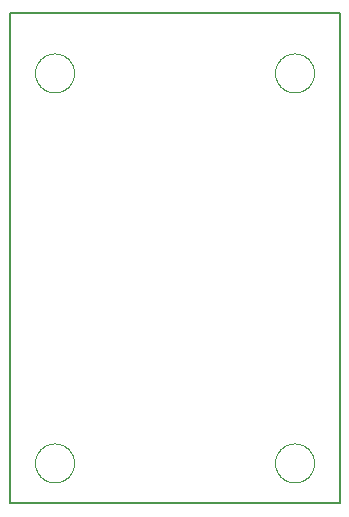
<source format=gbp>
G75*
%MOIN*%
%OFA0B0*%
%FSLAX25Y25*%
%IPPOS*%
%LPD*%
%AMOC8*
5,1,8,0,0,1.08239X$1,22.5*
%
%ADD10C,0.00800*%
%ADD11C,0.00000*%
D10*
X0001400Y0032750D02*
X0001400Y0196250D01*
X0111400Y0196250D01*
X0111400Y0032750D01*
X0001400Y0032750D01*
D11*
X0009900Y0046250D02*
X0009902Y0046411D01*
X0009908Y0046571D01*
X0009918Y0046732D01*
X0009932Y0046892D01*
X0009950Y0047052D01*
X0009971Y0047211D01*
X0009997Y0047370D01*
X0010027Y0047528D01*
X0010060Y0047685D01*
X0010098Y0047842D01*
X0010139Y0047997D01*
X0010184Y0048151D01*
X0010233Y0048304D01*
X0010286Y0048456D01*
X0010342Y0048607D01*
X0010403Y0048756D01*
X0010466Y0048904D01*
X0010534Y0049050D01*
X0010605Y0049194D01*
X0010679Y0049336D01*
X0010757Y0049477D01*
X0010839Y0049615D01*
X0010924Y0049752D01*
X0011012Y0049886D01*
X0011104Y0050018D01*
X0011199Y0050148D01*
X0011297Y0050276D01*
X0011398Y0050401D01*
X0011502Y0050523D01*
X0011609Y0050643D01*
X0011719Y0050760D01*
X0011832Y0050875D01*
X0011948Y0050986D01*
X0012067Y0051095D01*
X0012188Y0051200D01*
X0012312Y0051303D01*
X0012438Y0051403D01*
X0012566Y0051499D01*
X0012697Y0051592D01*
X0012831Y0051682D01*
X0012966Y0051769D01*
X0013104Y0051852D01*
X0013243Y0051932D01*
X0013385Y0052008D01*
X0013528Y0052081D01*
X0013673Y0052150D01*
X0013820Y0052216D01*
X0013968Y0052278D01*
X0014118Y0052336D01*
X0014269Y0052391D01*
X0014422Y0052442D01*
X0014576Y0052489D01*
X0014731Y0052532D01*
X0014887Y0052571D01*
X0015043Y0052607D01*
X0015201Y0052638D01*
X0015359Y0052666D01*
X0015518Y0052690D01*
X0015678Y0052710D01*
X0015838Y0052726D01*
X0015998Y0052738D01*
X0016159Y0052746D01*
X0016320Y0052750D01*
X0016480Y0052750D01*
X0016641Y0052746D01*
X0016802Y0052738D01*
X0016962Y0052726D01*
X0017122Y0052710D01*
X0017282Y0052690D01*
X0017441Y0052666D01*
X0017599Y0052638D01*
X0017757Y0052607D01*
X0017913Y0052571D01*
X0018069Y0052532D01*
X0018224Y0052489D01*
X0018378Y0052442D01*
X0018531Y0052391D01*
X0018682Y0052336D01*
X0018832Y0052278D01*
X0018980Y0052216D01*
X0019127Y0052150D01*
X0019272Y0052081D01*
X0019415Y0052008D01*
X0019557Y0051932D01*
X0019696Y0051852D01*
X0019834Y0051769D01*
X0019969Y0051682D01*
X0020103Y0051592D01*
X0020234Y0051499D01*
X0020362Y0051403D01*
X0020488Y0051303D01*
X0020612Y0051200D01*
X0020733Y0051095D01*
X0020852Y0050986D01*
X0020968Y0050875D01*
X0021081Y0050760D01*
X0021191Y0050643D01*
X0021298Y0050523D01*
X0021402Y0050401D01*
X0021503Y0050276D01*
X0021601Y0050148D01*
X0021696Y0050018D01*
X0021788Y0049886D01*
X0021876Y0049752D01*
X0021961Y0049615D01*
X0022043Y0049477D01*
X0022121Y0049336D01*
X0022195Y0049194D01*
X0022266Y0049050D01*
X0022334Y0048904D01*
X0022397Y0048756D01*
X0022458Y0048607D01*
X0022514Y0048456D01*
X0022567Y0048304D01*
X0022616Y0048151D01*
X0022661Y0047997D01*
X0022702Y0047842D01*
X0022740Y0047685D01*
X0022773Y0047528D01*
X0022803Y0047370D01*
X0022829Y0047211D01*
X0022850Y0047052D01*
X0022868Y0046892D01*
X0022882Y0046732D01*
X0022892Y0046571D01*
X0022898Y0046411D01*
X0022900Y0046250D01*
X0022898Y0046089D01*
X0022892Y0045929D01*
X0022882Y0045768D01*
X0022868Y0045608D01*
X0022850Y0045448D01*
X0022829Y0045289D01*
X0022803Y0045130D01*
X0022773Y0044972D01*
X0022740Y0044815D01*
X0022702Y0044658D01*
X0022661Y0044503D01*
X0022616Y0044349D01*
X0022567Y0044196D01*
X0022514Y0044044D01*
X0022458Y0043893D01*
X0022397Y0043744D01*
X0022334Y0043596D01*
X0022266Y0043450D01*
X0022195Y0043306D01*
X0022121Y0043164D01*
X0022043Y0043023D01*
X0021961Y0042885D01*
X0021876Y0042748D01*
X0021788Y0042614D01*
X0021696Y0042482D01*
X0021601Y0042352D01*
X0021503Y0042224D01*
X0021402Y0042099D01*
X0021298Y0041977D01*
X0021191Y0041857D01*
X0021081Y0041740D01*
X0020968Y0041625D01*
X0020852Y0041514D01*
X0020733Y0041405D01*
X0020612Y0041300D01*
X0020488Y0041197D01*
X0020362Y0041097D01*
X0020234Y0041001D01*
X0020103Y0040908D01*
X0019969Y0040818D01*
X0019834Y0040731D01*
X0019696Y0040648D01*
X0019557Y0040568D01*
X0019415Y0040492D01*
X0019272Y0040419D01*
X0019127Y0040350D01*
X0018980Y0040284D01*
X0018832Y0040222D01*
X0018682Y0040164D01*
X0018531Y0040109D01*
X0018378Y0040058D01*
X0018224Y0040011D01*
X0018069Y0039968D01*
X0017913Y0039929D01*
X0017757Y0039893D01*
X0017599Y0039862D01*
X0017441Y0039834D01*
X0017282Y0039810D01*
X0017122Y0039790D01*
X0016962Y0039774D01*
X0016802Y0039762D01*
X0016641Y0039754D01*
X0016480Y0039750D01*
X0016320Y0039750D01*
X0016159Y0039754D01*
X0015998Y0039762D01*
X0015838Y0039774D01*
X0015678Y0039790D01*
X0015518Y0039810D01*
X0015359Y0039834D01*
X0015201Y0039862D01*
X0015043Y0039893D01*
X0014887Y0039929D01*
X0014731Y0039968D01*
X0014576Y0040011D01*
X0014422Y0040058D01*
X0014269Y0040109D01*
X0014118Y0040164D01*
X0013968Y0040222D01*
X0013820Y0040284D01*
X0013673Y0040350D01*
X0013528Y0040419D01*
X0013385Y0040492D01*
X0013243Y0040568D01*
X0013104Y0040648D01*
X0012966Y0040731D01*
X0012831Y0040818D01*
X0012697Y0040908D01*
X0012566Y0041001D01*
X0012438Y0041097D01*
X0012312Y0041197D01*
X0012188Y0041300D01*
X0012067Y0041405D01*
X0011948Y0041514D01*
X0011832Y0041625D01*
X0011719Y0041740D01*
X0011609Y0041857D01*
X0011502Y0041977D01*
X0011398Y0042099D01*
X0011297Y0042224D01*
X0011199Y0042352D01*
X0011104Y0042482D01*
X0011012Y0042614D01*
X0010924Y0042748D01*
X0010839Y0042885D01*
X0010757Y0043023D01*
X0010679Y0043164D01*
X0010605Y0043306D01*
X0010534Y0043450D01*
X0010466Y0043596D01*
X0010403Y0043744D01*
X0010342Y0043893D01*
X0010286Y0044044D01*
X0010233Y0044196D01*
X0010184Y0044349D01*
X0010139Y0044503D01*
X0010098Y0044658D01*
X0010060Y0044815D01*
X0010027Y0044972D01*
X0009997Y0045130D01*
X0009971Y0045289D01*
X0009950Y0045448D01*
X0009932Y0045608D01*
X0009918Y0045768D01*
X0009908Y0045929D01*
X0009902Y0046089D01*
X0009900Y0046250D01*
X0009900Y0176250D02*
X0009902Y0176411D01*
X0009908Y0176571D01*
X0009918Y0176732D01*
X0009932Y0176892D01*
X0009950Y0177052D01*
X0009971Y0177211D01*
X0009997Y0177370D01*
X0010027Y0177528D01*
X0010060Y0177685D01*
X0010098Y0177842D01*
X0010139Y0177997D01*
X0010184Y0178151D01*
X0010233Y0178304D01*
X0010286Y0178456D01*
X0010342Y0178607D01*
X0010403Y0178756D01*
X0010466Y0178904D01*
X0010534Y0179050D01*
X0010605Y0179194D01*
X0010679Y0179336D01*
X0010757Y0179477D01*
X0010839Y0179615D01*
X0010924Y0179752D01*
X0011012Y0179886D01*
X0011104Y0180018D01*
X0011199Y0180148D01*
X0011297Y0180276D01*
X0011398Y0180401D01*
X0011502Y0180523D01*
X0011609Y0180643D01*
X0011719Y0180760D01*
X0011832Y0180875D01*
X0011948Y0180986D01*
X0012067Y0181095D01*
X0012188Y0181200D01*
X0012312Y0181303D01*
X0012438Y0181403D01*
X0012566Y0181499D01*
X0012697Y0181592D01*
X0012831Y0181682D01*
X0012966Y0181769D01*
X0013104Y0181852D01*
X0013243Y0181932D01*
X0013385Y0182008D01*
X0013528Y0182081D01*
X0013673Y0182150D01*
X0013820Y0182216D01*
X0013968Y0182278D01*
X0014118Y0182336D01*
X0014269Y0182391D01*
X0014422Y0182442D01*
X0014576Y0182489D01*
X0014731Y0182532D01*
X0014887Y0182571D01*
X0015043Y0182607D01*
X0015201Y0182638D01*
X0015359Y0182666D01*
X0015518Y0182690D01*
X0015678Y0182710D01*
X0015838Y0182726D01*
X0015998Y0182738D01*
X0016159Y0182746D01*
X0016320Y0182750D01*
X0016480Y0182750D01*
X0016641Y0182746D01*
X0016802Y0182738D01*
X0016962Y0182726D01*
X0017122Y0182710D01*
X0017282Y0182690D01*
X0017441Y0182666D01*
X0017599Y0182638D01*
X0017757Y0182607D01*
X0017913Y0182571D01*
X0018069Y0182532D01*
X0018224Y0182489D01*
X0018378Y0182442D01*
X0018531Y0182391D01*
X0018682Y0182336D01*
X0018832Y0182278D01*
X0018980Y0182216D01*
X0019127Y0182150D01*
X0019272Y0182081D01*
X0019415Y0182008D01*
X0019557Y0181932D01*
X0019696Y0181852D01*
X0019834Y0181769D01*
X0019969Y0181682D01*
X0020103Y0181592D01*
X0020234Y0181499D01*
X0020362Y0181403D01*
X0020488Y0181303D01*
X0020612Y0181200D01*
X0020733Y0181095D01*
X0020852Y0180986D01*
X0020968Y0180875D01*
X0021081Y0180760D01*
X0021191Y0180643D01*
X0021298Y0180523D01*
X0021402Y0180401D01*
X0021503Y0180276D01*
X0021601Y0180148D01*
X0021696Y0180018D01*
X0021788Y0179886D01*
X0021876Y0179752D01*
X0021961Y0179615D01*
X0022043Y0179477D01*
X0022121Y0179336D01*
X0022195Y0179194D01*
X0022266Y0179050D01*
X0022334Y0178904D01*
X0022397Y0178756D01*
X0022458Y0178607D01*
X0022514Y0178456D01*
X0022567Y0178304D01*
X0022616Y0178151D01*
X0022661Y0177997D01*
X0022702Y0177842D01*
X0022740Y0177685D01*
X0022773Y0177528D01*
X0022803Y0177370D01*
X0022829Y0177211D01*
X0022850Y0177052D01*
X0022868Y0176892D01*
X0022882Y0176732D01*
X0022892Y0176571D01*
X0022898Y0176411D01*
X0022900Y0176250D01*
X0022898Y0176089D01*
X0022892Y0175929D01*
X0022882Y0175768D01*
X0022868Y0175608D01*
X0022850Y0175448D01*
X0022829Y0175289D01*
X0022803Y0175130D01*
X0022773Y0174972D01*
X0022740Y0174815D01*
X0022702Y0174658D01*
X0022661Y0174503D01*
X0022616Y0174349D01*
X0022567Y0174196D01*
X0022514Y0174044D01*
X0022458Y0173893D01*
X0022397Y0173744D01*
X0022334Y0173596D01*
X0022266Y0173450D01*
X0022195Y0173306D01*
X0022121Y0173164D01*
X0022043Y0173023D01*
X0021961Y0172885D01*
X0021876Y0172748D01*
X0021788Y0172614D01*
X0021696Y0172482D01*
X0021601Y0172352D01*
X0021503Y0172224D01*
X0021402Y0172099D01*
X0021298Y0171977D01*
X0021191Y0171857D01*
X0021081Y0171740D01*
X0020968Y0171625D01*
X0020852Y0171514D01*
X0020733Y0171405D01*
X0020612Y0171300D01*
X0020488Y0171197D01*
X0020362Y0171097D01*
X0020234Y0171001D01*
X0020103Y0170908D01*
X0019969Y0170818D01*
X0019834Y0170731D01*
X0019696Y0170648D01*
X0019557Y0170568D01*
X0019415Y0170492D01*
X0019272Y0170419D01*
X0019127Y0170350D01*
X0018980Y0170284D01*
X0018832Y0170222D01*
X0018682Y0170164D01*
X0018531Y0170109D01*
X0018378Y0170058D01*
X0018224Y0170011D01*
X0018069Y0169968D01*
X0017913Y0169929D01*
X0017757Y0169893D01*
X0017599Y0169862D01*
X0017441Y0169834D01*
X0017282Y0169810D01*
X0017122Y0169790D01*
X0016962Y0169774D01*
X0016802Y0169762D01*
X0016641Y0169754D01*
X0016480Y0169750D01*
X0016320Y0169750D01*
X0016159Y0169754D01*
X0015998Y0169762D01*
X0015838Y0169774D01*
X0015678Y0169790D01*
X0015518Y0169810D01*
X0015359Y0169834D01*
X0015201Y0169862D01*
X0015043Y0169893D01*
X0014887Y0169929D01*
X0014731Y0169968D01*
X0014576Y0170011D01*
X0014422Y0170058D01*
X0014269Y0170109D01*
X0014118Y0170164D01*
X0013968Y0170222D01*
X0013820Y0170284D01*
X0013673Y0170350D01*
X0013528Y0170419D01*
X0013385Y0170492D01*
X0013243Y0170568D01*
X0013104Y0170648D01*
X0012966Y0170731D01*
X0012831Y0170818D01*
X0012697Y0170908D01*
X0012566Y0171001D01*
X0012438Y0171097D01*
X0012312Y0171197D01*
X0012188Y0171300D01*
X0012067Y0171405D01*
X0011948Y0171514D01*
X0011832Y0171625D01*
X0011719Y0171740D01*
X0011609Y0171857D01*
X0011502Y0171977D01*
X0011398Y0172099D01*
X0011297Y0172224D01*
X0011199Y0172352D01*
X0011104Y0172482D01*
X0011012Y0172614D01*
X0010924Y0172748D01*
X0010839Y0172885D01*
X0010757Y0173023D01*
X0010679Y0173164D01*
X0010605Y0173306D01*
X0010534Y0173450D01*
X0010466Y0173596D01*
X0010403Y0173744D01*
X0010342Y0173893D01*
X0010286Y0174044D01*
X0010233Y0174196D01*
X0010184Y0174349D01*
X0010139Y0174503D01*
X0010098Y0174658D01*
X0010060Y0174815D01*
X0010027Y0174972D01*
X0009997Y0175130D01*
X0009971Y0175289D01*
X0009950Y0175448D01*
X0009932Y0175608D01*
X0009918Y0175768D01*
X0009908Y0175929D01*
X0009902Y0176089D01*
X0009900Y0176250D01*
X0089900Y0176250D02*
X0089902Y0176411D01*
X0089908Y0176571D01*
X0089918Y0176732D01*
X0089932Y0176892D01*
X0089950Y0177052D01*
X0089971Y0177211D01*
X0089997Y0177370D01*
X0090027Y0177528D01*
X0090060Y0177685D01*
X0090098Y0177842D01*
X0090139Y0177997D01*
X0090184Y0178151D01*
X0090233Y0178304D01*
X0090286Y0178456D01*
X0090342Y0178607D01*
X0090403Y0178756D01*
X0090466Y0178904D01*
X0090534Y0179050D01*
X0090605Y0179194D01*
X0090679Y0179336D01*
X0090757Y0179477D01*
X0090839Y0179615D01*
X0090924Y0179752D01*
X0091012Y0179886D01*
X0091104Y0180018D01*
X0091199Y0180148D01*
X0091297Y0180276D01*
X0091398Y0180401D01*
X0091502Y0180523D01*
X0091609Y0180643D01*
X0091719Y0180760D01*
X0091832Y0180875D01*
X0091948Y0180986D01*
X0092067Y0181095D01*
X0092188Y0181200D01*
X0092312Y0181303D01*
X0092438Y0181403D01*
X0092566Y0181499D01*
X0092697Y0181592D01*
X0092831Y0181682D01*
X0092966Y0181769D01*
X0093104Y0181852D01*
X0093243Y0181932D01*
X0093385Y0182008D01*
X0093528Y0182081D01*
X0093673Y0182150D01*
X0093820Y0182216D01*
X0093968Y0182278D01*
X0094118Y0182336D01*
X0094269Y0182391D01*
X0094422Y0182442D01*
X0094576Y0182489D01*
X0094731Y0182532D01*
X0094887Y0182571D01*
X0095043Y0182607D01*
X0095201Y0182638D01*
X0095359Y0182666D01*
X0095518Y0182690D01*
X0095678Y0182710D01*
X0095838Y0182726D01*
X0095998Y0182738D01*
X0096159Y0182746D01*
X0096320Y0182750D01*
X0096480Y0182750D01*
X0096641Y0182746D01*
X0096802Y0182738D01*
X0096962Y0182726D01*
X0097122Y0182710D01*
X0097282Y0182690D01*
X0097441Y0182666D01*
X0097599Y0182638D01*
X0097757Y0182607D01*
X0097913Y0182571D01*
X0098069Y0182532D01*
X0098224Y0182489D01*
X0098378Y0182442D01*
X0098531Y0182391D01*
X0098682Y0182336D01*
X0098832Y0182278D01*
X0098980Y0182216D01*
X0099127Y0182150D01*
X0099272Y0182081D01*
X0099415Y0182008D01*
X0099557Y0181932D01*
X0099696Y0181852D01*
X0099834Y0181769D01*
X0099969Y0181682D01*
X0100103Y0181592D01*
X0100234Y0181499D01*
X0100362Y0181403D01*
X0100488Y0181303D01*
X0100612Y0181200D01*
X0100733Y0181095D01*
X0100852Y0180986D01*
X0100968Y0180875D01*
X0101081Y0180760D01*
X0101191Y0180643D01*
X0101298Y0180523D01*
X0101402Y0180401D01*
X0101503Y0180276D01*
X0101601Y0180148D01*
X0101696Y0180018D01*
X0101788Y0179886D01*
X0101876Y0179752D01*
X0101961Y0179615D01*
X0102043Y0179477D01*
X0102121Y0179336D01*
X0102195Y0179194D01*
X0102266Y0179050D01*
X0102334Y0178904D01*
X0102397Y0178756D01*
X0102458Y0178607D01*
X0102514Y0178456D01*
X0102567Y0178304D01*
X0102616Y0178151D01*
X0102661Y0177997D01*
X0102702Y0177842D01*
X0102740Y0177685D01*
X0102773Y0177528D01*
X0102803Y0177370D01*
X0102829Y0177211D01*
X0102850Y0177052D01*
X0102868Y0176892D01*
X0102882Y0176732D01*
X0102892Y0176571D01*
X0102898Y0176411D01*
X0102900Y0176250D01*
X0102898Y0176089D01*
X0102892Y0175929D01*
X0102882Y0175768D01*
X0102868Y0175608D01*
X0102850Y0175448D01*
X0102829Y0175289D01*
X0102803Y0175130D01*
X0102773Y0174972D01*
X0102740Y0174815D01*
X0102702Y0174658D01*
X0102661Y0174503D01*
X0102616Y0174349D01*
X0102567Y0174196D01*
X0102514Y0174044D01*
X0102458Y0173893D01*
X0102397Y0173744D01*
X0102334Y0173596D01*
X0102266Y0173450D01*
X0102195Y0173306D01*
X0102121Y0173164D01*
X0102043Y0173023D01*
X0101961Y0172885D01*
X0101876Y0172748D01*
X0101788Y0172614D01*
X0101696Y0172482D01*
X0101601Y0172352D01*
X0101503Y0172224D01*
X0101402Y0172099D01*
X0101298Y0171977D01*
X0101191Y0171857D01*
X0101081Y0171740D01*
X0100968Y0171625D01*
X0100852Y0171514D01*
X0100733Y0171405D01*
X0100612Y0171300D01*
X0100488Y0171197D01*
X0100362Y0171097D01*
X0100234Y0171001D01*
X0100103Y0170908D01*
X0099969Y0170818D01*
X0099834Y0170731D01*
X0099696Y0170648D01*
X0099557Y0170568D01*
X0099415Y0170492D01*
X0099272Y0170419D01*
X0099127Y0170350D01*
X0098980Y0170284D01*
X0098832Y0170222D01*
X0098682Y0170164D01*
X0098531Y0170109D01*
X0098378Y0170058D01*
X0098224Y0170011D01*
X0098069Y0169968D01*
X0097913Y0169929D01*
X0097757Y0169893D01*
X0097599Y0169862D01*
X0097441Y0169834D01*
X0097282Y0169810D01*
X0097122Y0169790D01*
X0096962Y0169774D01*
X0096802Y0169762D01*
X0096641Y0169754D01*
X0096480Y0169750D01*
X0096320Y0169750D01*
X0096159Y0169754D01*
X0095998Y0169762D01*
X0095838Y0169774D01*
X0095678Y0169790D01*
X0095518Y0169810D01*
X0095359Y0169834D01*
X0095201Y0169862D01*
X0095043Y0169893D01*
X0094887Y0169929D01*
X0094731Y0169968D01*
X0094576Y0170011D01*
X0094422Y0170058D01*
X0094269Y0170109D01*
X0094118Y0170164D01*
X0093968Y0170222D01*
X0093820Y0170284D01*
X0093673Y0170350D01*
X0093528Y0170419D01*
X0093385Y0170492D01*
X0093243Y0170568D01*
X0093104Y0170648D01*
X0092966Y0170731D01*
X0092831Y0170818D01*
X0092697Y0170908D01*
X0092566Y0171001D01*
X0092438Y0171097D01*
X0092312Y0171197D01*
X0092188Y0171300D01*
X0092067Y0171405D01*
X0091948Y0171514D01*
X0091832Y0171625D01*
X0091719Y0171740D01*
X0091609Y0171857D01*
X0091502Y0171977D01*
X0091398Y0172099D01*
X0091297Y0172224D01*
X0091199Y0172352D01*
X0091104Y0172482D01*
X0091012Y0172614D01*
X0090924Y0172748D01*
X0090839Y0172885D01*
X0090757Y0173023D01*
X0090679Y0173164D01*
X0090605Y0173306D01*
X0090534Y0173450D01*
X0090466Y0173596D01*
X0090403Y0173744D01*
X0090342Y0173893D01*
X0090286Y0174044D01*
X0090233Y0174196D01*
X0090184Y0174349D01*
X0090139Y0174503D01*
X0090098Y0174658D01*
X0090060Y0174815D01*
X0090027Y0174972D01*
X0089997Y0175130D01*
X0089971Y0175289D01*
X0089950Y0175448D01*
X0089932Y0175608D01*
X0089918Y0175768D01*
X0089908Y0175929D01*
X0089902Y0176089D01*
X0089900Y0176250D01*
X0089900Y0046250D02*
X0089902Y0046411D01*
X0089908Y0046571D01*
X0089918Y0046732D01*
X0089932Y0046892D01*
X0089950Y0047052D01*
X0089971Y0047211D01*
X0089997Y0047370D01*
X0090027Y0047528D01*
X0090060Y0047685D01*
X0090098Y0047842D01*
X0090139Y0047997D01*
X0090184Y0048151D01*
X0090233Y0048304D01*
X0090286Y0048456D01*
X0090342Y0048607D01*
X0090403Y0048756D01*
X0090466Y0048904D01*
X0090534Y0049050D01*
X0090605Y0049194D01*
X0090679Y0049336D01*
X0090757Y0049477D01*
X0090839Y0049615D01*
X0090924Y0049752D01*
X0091012Y0049886D01*
X0091104Y0050018D01*
X0091199Y0050148D01*
X0091297Y0050276D01*
X0091398Y0050401D01*
X0091502Y0050523D01*
X0091609Y0050643D01*
X0091719Y0050760D01*
X0091832Y0050875D01*
X0091948Y0050986D01*
X0092067Y0051095D01*
X0092188Y0051200D01*
X0092312Y0051303D01*
X0092438Y0051403D01*
X0092566Y0051499D01*
X0092697Y0051592D01*
X0092831Y0051682D01*
X0092966Y0051769D01*
X0093104Y0051852D01*
X0093243Y0051932D01*
X0093385Y0052008D01*
X0093528Y0052081D01*
X0093673Y0052150D01*
X0093820Y0052216D01*
X0093968Y0052278D01*
X0094118Y0052336D01*
X0094269Y0052391D01*
X0094422Y0052442D01*
X0094576Y0052489D01*
X0094731Y0052532D01*
X0094887Y0052571D01*
X0095043Y0052607D01*
X0095201Y0052638D01*
X0095359Y0052666D01*
X0095518Y0052690D01*
X0095678Y0052710D01*
X0095838Y0052726D01*
X0095998Y0052738D01*
X0096159Y0052746D01*
X0096320Y0052750D01*
X0096480Y0052750D01*
X0096641Y0052746D01*
X0096802Y0052738D01*
X0096962Y0052726D01*
X0097122Y0052710D01*
X0097282Y0052690D01*
X0097441Y0052666D01*
X0097599Y0052638D01*
X0097757Y0052607D01*
X0097913Y0052571D01*
X0098069Y0052532D01*
X0098224Y0052489D01*
X0098378Y0052442D01*
X0098531Y0052391D01*
X0098682Y0052336D01*
X0098832Y0052278D01*
X0098980Y0052216D01*
X0099127Y0052150D01*
X0099272Y0052081D01*
X0099415Y0052008D01*
X0099557Y0051932D01*
X0099696Y0051852D01*
X0099834Y0051769D01*
X0099969Y0051682D01*
X0100103Y0051592D01*
X0100234Y0051499D01*
X0100362Y0051403D01*
X0100488Y0051303D01*
X0100612Y0051200D01*
X0100733Y0051095D01*
X0100852Y0050986D01*
X0100968Y0050875D01*
X0101081Y0050760D01*
X0101191Y0050643D01*
X0101298Y0050523D01*
X0101402Y0050401D01*
X0101503Y0050276D01*
X0101601Y0050148D01*
X0101696Y0050018D01*
X0101788Y0049886D01*
X0101876Y0049752D01*
X0101961Y0049615D01*
X0102043Y0049477D01*
X0102121Y0049336D01*
X0102195Y0049194D01*
X0102266Y0049050D01*
X0102334Y0048904D01*
X0102397Y0048756D01*
X0102458Y0048607D01*
X0102514Y0048456D01*
X0102567Y0048304D01*
X0102616Y0048151D01*
X0102661Y0047997D01*
X0102702Y0047842D01*
X0102740Y0047685D01*
X0102773Y0047528D01*
X0102803Y0047370D01*
X0102829Y0047211D01*
X0102850Y0047052D01*
X0102868Y0046892D01*
X0102882Y0046732D01*
X0102892Y0046571D01*
X0102898Y0046411D01*
X0102900Y0046250D01*
X0102898Y0046089D01*
X0102892Y0045929D01*
X0102882Y0045768D01*
X0102868Y0045608D01*
X0102850Y0045448D01*
X0102829Y0045289D01*
X0102803Y0045130D01*
X0102773Y0044972D01*
X0102740Y0044815D01*
X0102702Y0044658D01*
X0102661Y0044503D01*
X0102616Y0044349D01*
X0102567Y0044196D01*
X0102514Y0044044D01*
X0102458Y0043893D01*
X0102397Y0043744D01*
X0102334Y0043596D01*
X0102266Y0043450D01*
X0102195Y0043306D01*
X0102121Y0043164D01*
X0102043Y0043023D01*
X0101961Y0042885D01*
X0101876Y0042748D01*
X0101788Y0042614D01*
X0101696Y0042482D01*
X0101601Y0042352D01*
X0101503Y0042224D01*
X0101402Y0042099D01*
X0101298Y0041977D01*
X0101191Y0041857D01*
X0101081Y0041740D01*
X0100968Y0041625D01*
X0100852Y0041514D01*
X0100733Y0041405D01*
X0100612Y0041300D01*
X0100488Y0041197D01*
X0100362Y0041097D01*
X0100234Y0041001D01*
X0100103Y0040908D01*
X0099969Y0040818D01*
X0099834Y0040731D01*
X0099696Y0040648D01*
X0099557Y0040568D01*
X0099415Y0040492D01*
X0099272Y0040419D01*
X0099127Y0040350D01*
X0098980Y0040284D01*
X0098832Y0040222D01*
X0098682Y0040164D01*
X0098531Y0040109D01*
X0098378Y0040058D01*
X0098224Y0040011D01*
X0098069Y0039968D01*
X0097913Y0039929D01*
X0097757Y0039893D01*
X0097599Y0039862D01*
X0097441Y0039834D01*
X0097282Y0039810D01*
X0097122Y0039790D01*
X0096962Y0039774D01*
X0096802Y0039762D01*
X0096641Y0039754D01*
X0096480Y0039750D01*
X0096320Y0039750D01*
X0096159Y0039754D01*
X0095998Y0039762D01*
X0095838Y0039774D01*
X0095678Y0039790D01*
X0095518Y0039810D01*
X0095359Y0039834D01*
X0095201Y0039862D01*
X0095043Y0039893D01*
X0094887Y0039929D01*
X0094731Y0039968D01*
X0094576Y0040011D01*
X0094422Y0040058D01*
X0094269Y0040109D01*
X0094118Y0040164D01*
X0093968Y0040222D01*
X0093820Y0040284D01*
X0093673Y0040350D01*
X0093528Y0040419D01*
X0093385Y0040492D01*
X0093243Y0040568D01*
X0093104Y0040648D01*
X0092966Y0040731D01*
X0092831Y0040818D01*
X0092697Y0040908D01*
X0092566Y0041001D01*
X0092438Y0041097D01*
X0092312Y0041197D01*
X0092188Y0041300D01*
X0092067Y0041405D01*
X0091948Y0041514D01*
X0091832Y0041625D01*
X0091719Y0041740D01*
X0091609Y0041857D01*
X0091502Y0041977D01*
X0091398Y0042099D01*
X0091297Y0042224D01*
X0091199Y0042352D01*
X0091104Y0042482D01*
X0091012Y0042614D01*
X0090924Y0042748D01*
X0090839Y0042885D01*
X0090757Y0043023D01*
X0090679Y0043164D01*
X0090605Y0043306D01*
X0090534Y0043450D01*
X0090466Y0043596D01*
X0090403Y0043744D01*
X0090342Y0043893D01*
X0090286Y0044044D01*
X0090233Y0044196D01*
X0090184Y0044349D01*
X0090139Y0044503D01*
X0090098Y0044658D01*
X0090060Y0044815D01*
X0090027Y0044972D01*
X0089997Y0045130D01*
X0089971Y0045289D01*
X0089950Y0045448D01*
X0089932Y0045608D01*
X0089918Y0045768D01*
X0089908Y0045929D01*
X0089902Y0046089D01*
X0089900Y0046250D01*
M02*

</source>
